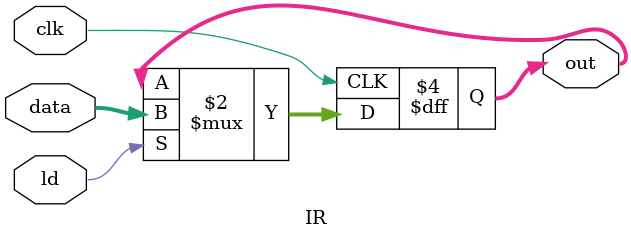
<source format=sv>
`timescale 1ns / 1ps


module IR(
    input logic clk,
    input logic [15:0] data, //data que vem do I
    input logic ld, //IR_ld
    output logic [15:0] out //saida (IR_out)
    );
    
    always_ff @(posedge clk)
        if(ld) out <= data;
    
endmodule

</source>
